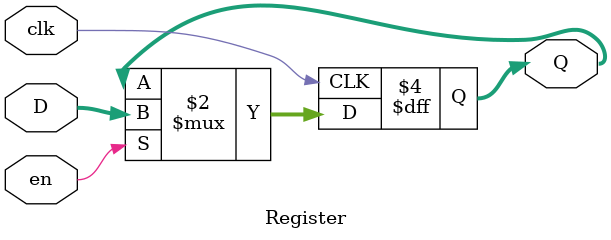
<source format=sv>
`timescale 1ns / 1ps

//////////////////////////////////////////////////////////////////////////////////


module Register(
    input clk,
    input en,
    input [3:0] D,
    output logic [3:0] Q
    );
    
    always_ff @ (posedge clk)
    begin
         if(en)
            Q<=D;
    end
    
endmodule

</source>
